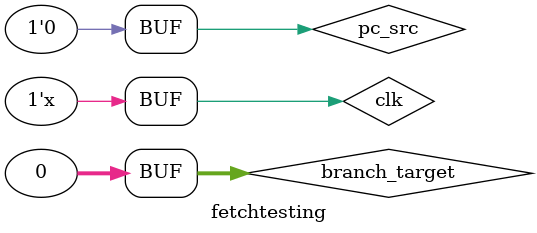
<source format=v>
`timescale 1ns / 1ps


module fetchtesting;

	// Inputs
	reg [31:0] branch_target;
	reg clk;
	reg pc_src;
	initial branch_target = 0;
	initial clk = 0;
	initial pc_src = 1;
	always #25 clk = ~clk;
	// Outputs
	wire [31:0] instruction;
	wire [31:0] nextpc;
	wire hit;

	// Instantiate the Unit Under Test (UUT)
	fetch_module uut (
		.branch_target(branch_target), 
		.clk(clk), 
		.pc_src(pc_src), 
		.instruction(instruction), 
		.nextpc(nextpc), 
		.hit(hit)
	);

	initial begin
		// Initialize Inputs

		// Wait 100 ns for global reset to finish
		#100;
      branch_target = 0;
		pc_src = 0;
		#100;
      branch_target = 0;
		pc_src = 0;
				#100;
      branch_target = 0;
		pc_src = 0;
				#100;
      branch_target = 0;
		pc_src = 0;
				#100;
      branch_target = 0;
		pc_src = 0;
		// Add stimulus here

	end
      
endmodule


</source>
